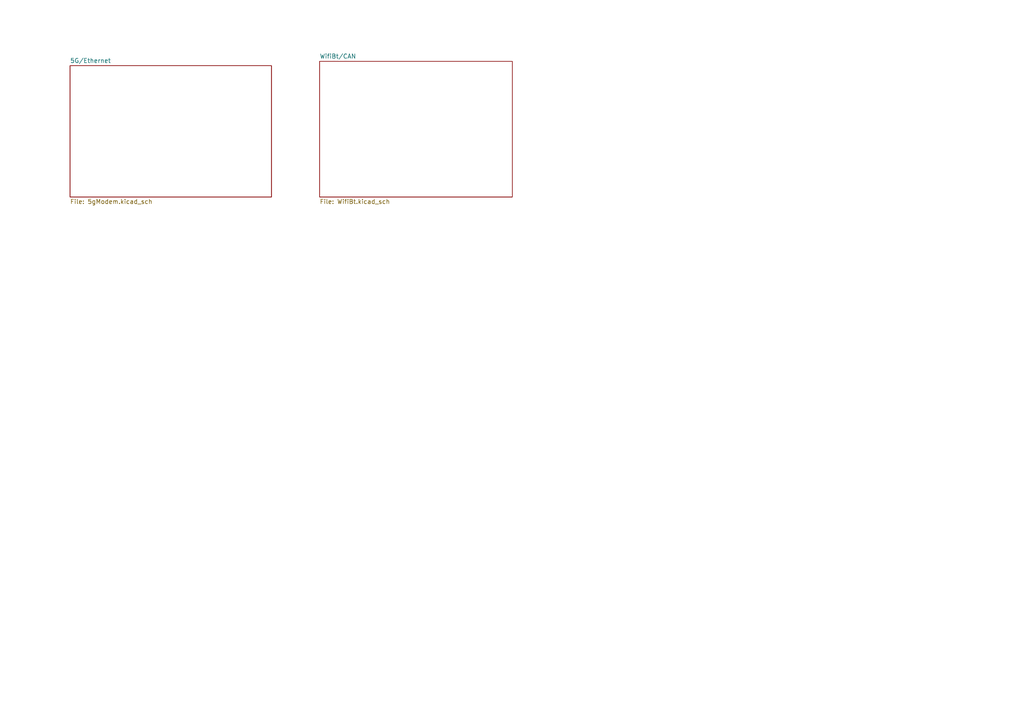
<source format=kicad_sch>
(kicad_sch
	(version 20250114)
	(generator "eeschema")
	(generator_version "9.0")
	(uuid "59e5f49b-bf0e-4d04-9660-f9d7d89003aa")
	(paper "A4")
	(lib_symbols)
	(sheet
		(at 92.71 17.78)
		(size 55.88 39.37)
		(exclude_from_sim no)
		(in_bom yes)
		(on_board yes)
		(dnp no)
		(fields_autoplaced yes)
		(stroke
			(width 0.1524)
			(type solid)
		)
		(fill
			(color 0 0 0 0.0000)
		)
		(uuid "3336098e-2841-4536-a7c0-8585e273a375")
		(property "Sheetname" "WifiBt/CAN"
			(at 92.71 17.0684 0)
			(effects
				(font
					(size 1.27 1.27)
				)
				(justify left bottom)
			)
		)
		(property "Sheetfile" "WifiBt.kicad_sch"
			(at 92.71 57.7346 0)
			(effects
				(font
					(size 1.27 1.27)
				)
				(justify left top)
			)
		)
		(instances
			(project "Humanoid"
				(path "/59e5f49b-bf0e-4d04-9660-f9d7d89003aa"
					(page "2")
				)
			)
		)
	)
	(sheet
		(at 20.32 19.05)
		(size 58.42 38.1)
		(exclude_from_sim no)
		(in_bom yes)
		(on_board yes)
		(dnp no)
		(fields_autoplaced yes)
		(stroke
			(width 0.1524)
			(type solid)
		)
		(fill
			(color 0 0 0 0.0000)
		)
		(uuid "83924d9f-e963-42d1-a6c5-135710d5d684")
		(property "Sheetname" "5G/Ethernet"
			(at 20.32 18.3384 0)
			(effects
				(font
					(size 1.27 1.27)
				)
				(justify left bottom)
			)
		)
		(property "Sheetfile" "5gModem.kicad_sch"
			(at 20.32 57.7346 0)
			(effects
				(font
					(size 1.27 1.27)
				)
				(justify left top)
			)
		)
		(instances
			(project "Humanoid"
				(path "/59e5f49b-bf0e-4d04-9660-f9d7d89003aa"
					(page "3")
				)
			)
		)
	)
	(sheet_instances
		(path "/"
			(page "1")
		)
	)
	(embedded_fonts no)
)

</source>
